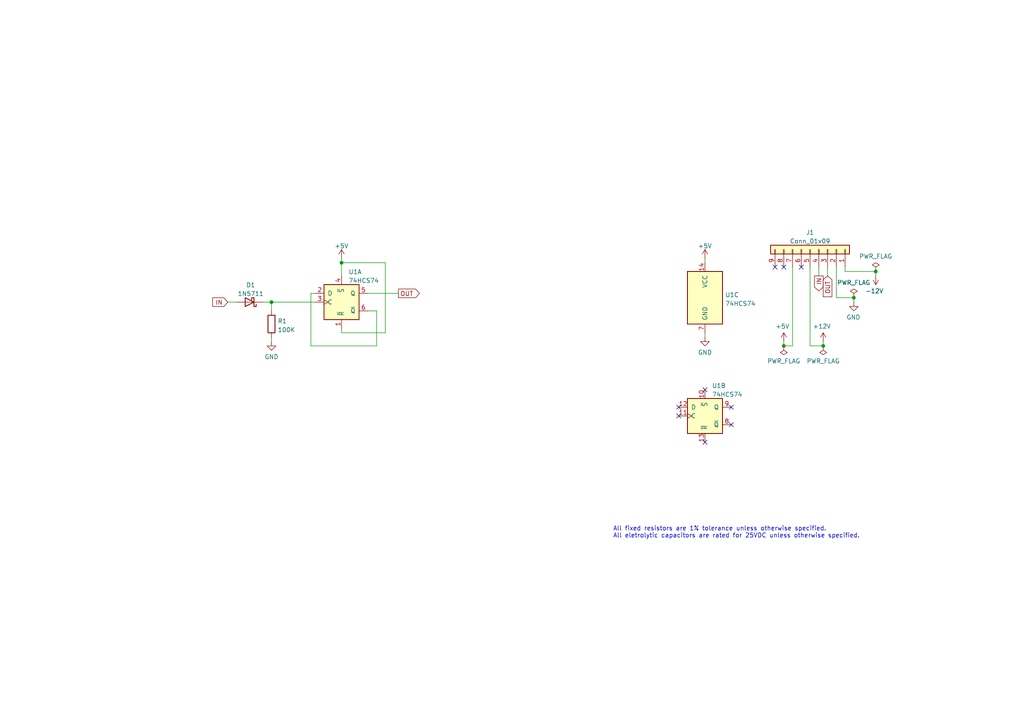
<source format=kicad_sch>
(kicad_sch (version 20211123) (generator eeschema)

  (uuid a1a9a0d8-c6de-418f-9a57-bf7f74b6d401)

  (paper "A4")

  (title_block
    (title "Eurorack ProtoModule")
    (date "2021-10-06")
    (rev "1.0")
    (company "Len Popp")
    (comment 1 "Copyright © 2022 Len Popp CC BY")
    (comment 2 "Circuit design for my custom Eurorack breadboard prototyping module")
  )

  (lib_symbols
    (symbol "-lmp-diode:1N5711" (pin_numbers hide) (pin_names (offset 1.016) hide) (in_bom yes) (on_board yes)
      (property "Reference" "D" (id 0) (at 0 2.54 0)
        (effects (font (size 1.27 1.27)))
      )
      (property "Value" "1N5711" (id 1) (at 0 -2.54 0)
        (effects (font (size 1.27 1.27)))
      )
      (property "Footprint" "Diode_THT:D_DO-35_SOD27_P7.62mm_Horizontal" (id 2) (at 0 0 0)
        (effects (font (size 1.27 1.27)) hide)
      )
      (property "Datasheet" "https://www.mouser.ca/datasheet/2/389/cd00000759-1795802.pdf" (id 3) (at 0 0 0)
        (effects (font (size 1.27 1.27)) hide)
      )
      (property "Manufacturer" "STMicroelectronics" (id 4) (at 0 0 0)
        (effects (font (size 1.27 1.27)) hide)
      )
      (property "ManufacturerPartNum" "1N5711" (id 5) (at 0 0 0)
        (effects (font (size 1.27 1.27)) hide)
      )
      (property "Distributor" "Mouser" (id 6) (at 0 0 0)
        (effects (font (size 1.27 1.27)) hide)
      )
      (property "DistributorPartNum" "511-1N5711" (id 7) (at 0 0 0)
        (effects (font (size 1.27 1.27)) hide)
      )
      (property "DistributorPartLink" "https://www.mouser.ca/ProductDetail/STMicroelectronics/1N5711?qs=FITO%2F%2FQgYDnH7pJ7rS2FRA%3D%3D" (id 8) (at 0 0 0)
        (effects (font (size 1.27 1.27)) hide)
      )
      (property "ki_keywords" "diode Schottky" (id 9) (at 0 0 0)
        (effects (font (size 1.27 1.27)) hide)
      )
      (property "ki_description" "Schottky signal diode" (id 10) (at 0 0 0)
        (effects (font (size 1.27 1.27)) hide)
      )
      (property "ki_fp_filters" "TO-???* *_Diode_* *SingleDiode* D_*" (id 11) (at 0 0 0)
        (effects (font (size 1.27 1.27)) hide)
      )
      (symbol "1N5711_0_1"
        (polyline
          (pts
            (xy 1.27 0)
            (xy -1.27 0)
          )
          (stroke (width 0) (type default) (color 0 0 0 0))
          (fill (type none))
        )
        (polyline
          (pts
            (xy 1.27 1.27)
            (xy 1.27 -1.27)
            (xy -1.27 0)
            (xy 1.27 1.27)
          )
          (stroke (width 0.254) (type default) (color 0 0 0 0))
          (fill (type none))
        )
        (polyline
          (pts
            (xy -1.905 0.635)
            (xy -1.905 1.27)
            (xy -1.27 1.27)
            (xy -1.27 -1.27)
            (xy -0.635 -1.27)
            (xy -0.635 -0.635)
          )
          (stroke (width 0.254) (type default) (color 0 0 0 0))
          (fill (type none))
        )
      )
      (symbol "1N5711_1_1"
        (pin passive line (at -3.81 0 0) (length 2.54)
          (name "K" (effects (font (size 1.27 1.27))))
          (number "1" (effects (font (size 1.27 1.27))))
        )
        (pin passive line (at 3.81 0 180) (length 2.54)
          (name "A" (effects (font (size 1.27 1.27))))
          (number "2" (effects (font (size 1.27 1.27))))
        )
      )
    )
    (symbol "-lmp-power:+12V" (power) (pin_names (offset 0)) (in_bom yes) (on_board yes)
      (property "Reference" "#PWR" (id 0) (at 0 -3.81 0)
        (effects (font (size 1.27 1.27)) hide)
      )
      (property "Value" "+12V" (id 1) (at 0 3.556 0)
        (effects (font (size 1.27 1.27)))
      )
      (property "Footprint" "" (id 2) (at 0 0 0)
        (effects (font (size 1.27 1.27)) hide)
      )
      (property "Datasheet" "" (id 3) (at 0 0 0)
        (effects (font (size 1.27 1.27)) hide)
      )
      (property "ki_keywords" "power-flag" (id 4) (at 0 0 0)
        (effects (font (size 1.27 1.27)) hide)
      )
      (property "ki_description" "Power symbol creates a global label with name \"+12V\"" (id 5) (at 0 0 0)
        (effects (font (size 1.27 1.27)) hide)
      )
      (symbol "+12V_0_1"
        (polyline
          (pts
            (xy -0.762 1.27)
            (xy 0 2.54)
          )
          (stroke (width 0) (type default) (color 0 0 0 0))
          (fill (type none))
        )
        (polyline
          (pts
            (xy 0 0)
            (xy 0 2.54)
          )
          (stroke (width 0) (type default) (color 0 0 0 0))
          (fill (type none))
        )
        (polyline
          (pts
            (xy 0 2.54)
            (xy 0.762 1.27)
          )
          (stroke (width 0) (type default) (color 0 0 0 0))
          (fill (type none))
        )
      )
      (symbol "+12V_1_1"
        (pin power_in line (at 0 0 90) (length 0) hide
          (name "+12V" (effects (font (size 1.27 1.27))))
          (number "1" (effects (font (size 1.27 1.27))))
        )
      )
    )
    (symbol "-lmp-power:+5V" (power) (pin_names (offset 0)) (in_bom yes) (on_board yes)
      (property "Reference" "#PWR" (id 0) (at 0 -3.81 0)
        (effects (font (size 1.27 1.27)) hide)
      )
      (property "Value" "+5V" (id 1) (at 0 3.556 0)
        (effects (font (size 1.27 1.27)))
      )
      (property "Footprint" "" (id 2) (at 0 0 0)
        (effects (font (size 1.27 1.27)) hide)
      )
      (property "Datasheet" "" (id 3) (at 0 0 0)
        (effects (font (size 1.27 1.27)) hide)
      )
      (property "ki_keywords" "power-flag" (id 4) (at 0 0 0)
        (effects (font (size 1.27 1.27)) hide)
      )
      (property "ki_description" "Power symbol creates a global label with name \"+5V\"" (id 5) (at 0 0 0)
        (effects (font (size 1.27 1.27)) hide)
      )
      (symbol "+5V_0_1"
        (polyline
          (pts
            (xy -0.762 1.27)
            (xy 0 2.54)
          )
          (stroke (width 0) (type default) (color 0 0 0 0))
          (fill (type none))
        )
        (polyline
          (pts
            (xy 0 0)
            (xy 0 2.54)
          )
          (stroke (width 0) (type default) (color 0 0 0 0))
          (fill (type none))
        )
        (polyline
          (pts
            (xy 0 2.54)
            (xy 0.762 1.27)
          )
          (stroke (width 0) (type default) (color 0 0 0 0))
          (fill (type none))
        )
      )
      (symbol "+5V_1_1"
        (pin power_in line (at 0 0 90) (length 0) hide
          (name "+5V" (effects (font (size 1.27 1.27))))
          (number "1" (effects (font (size 1.27 1.27))))
        )
      )
    )
    (symbol "-lmp-power:-12V" (power) (pin_names (offset 0)) (in_bom yes) (on_board yes)
      (property "Reference" "#PWR" (id 0) (at 0 3.81 0)
        (effects (font (size 1.27 1.27)) hide)
      )
      (property "Value" "-12V" (id 1) (at 0 -3.556 0)
        (effects (font (size 1.27 1.27)))
      )
      (property "Footprint" "" (id 2) (at 0 0 0)
        (effects (font (size 1.27 1.27)) hide)
      )
      (property "Datasheet" "" (id 3) (at 0 0 0)
        (effects (font (size 1.27 1.27)) hide)
      )
      (property "ki_keywords" "power-flag" (id 4) (at 0 0 0)
        (effects (font (size 1.27 1.27)) hide)
      )
      (property "ki_description" "Power symbol creates a global label with name \"-12V\"" (id 5) (at 0 0 0)
        (effects (font (size 1.27 1.27)) hide)
      )
      (symbol "-12V_0_1"
        (polyline
          (pts
            (xy -0.762 -1.27)
            (xy 0 -2.54)
          )
          (stroke (width 0) (type default) (color 0 0 0 0))
          (fill (type none))
        )
        (polyline
          (pts
            (xy 0 -2.54)
            (xy 0.762 -1.27)
          )
          (stroke (width 0) (type default) (color 0 0 0 0))
          (fill (type none))
        )
        (polyline
          (pts
            (xy 0 0)
            (xy 0 -2.54)
          )
          (stroke (width 0) (type default) (color 0 0 0 0))
          (fill (type none))
        )
      )
      (symbol "-12V_1_1"
        (pin power_in line (at 0 0 270) (length 0) hide
          (name "-12V" (effects (font (size 1.27 1.27))))
          (number "1" (effects (font (size 1.27 1.27))))
        )
      )
    )
    (symbol "-lmp-power:GND" (power) (pin_names (offset 0)) (in_bom yes) (on_board yes)
      (property "Reference" "#PWR" (id 0) (at 0 -6.35 0)
        (effects (font (size 1.27 1.27)) hide)
      )
      (property "Value" "GND" (id 1) (at 0 -3.81 0)
        (effects (font (size 1.27 1.27)))
      )
      (property "Footprint" "" (id 2) (at 0 0 0)
        (effects (font (size 1.27 1.27)) hide)
      )
      (property "Datasheet" "" (id 3) (at 0 0 0)
        (effects (font (size 1.27 1.27)) hide)
      )
      (property "ki_keywords" "power-flag" (id 4) (at 0 0 0)
        (effects (font (size 1.27 1.27)) hide)
      )
      (property "ki_description" "Power symbol creates a global label with name \"GND\" , ground" (id 5) (at 0 0 0)
        (effects (font (size 1.27 1.27)) hide)
      )
      (symbol "GND_0_1"
        (polyline
          (pts
            (xy 0 0)
            (xy 0 -1.27)
            (xy 1.27 -1.27)
            (xy 0 -2.54)
            (xy -1.27 -1.27)
            (xy 0 -1.27)
          )
          (stroke (width 0) (type default) (color 0 0 0 0))
          (fill (type none))
        )
      )
      (symbol "GND_1_1"
        (pin power_in line (at 0 0 270) (length 0) hide
          (name "GND" (effects (font (size 1.27 1.27))))
          (number "1" (effects (font (size 1.27 1.27))))
        )
      )
    )
    (symbol "-lmp-power:PWR_FLAG" (power) (pin_numbers hide) (pin_names (offset 0) hide) (in_bom yes) (on_board yes)
      (property "Reference" "#FLG" (id 0) (at 0 1.905 0)
        (effects (font (size 1.27 1.27)) hide)
      )
      (property "Value" "PWR_FLAG" (id 1) (at 0 3.81 0)
        (effects (font (size 1.27 1.27)))
      )
      (property "Footprint" "" (id 2) (at 0 0 0)
        (effects (font (size 1.27 1.27)) hide)
      )
      (property "Datasheet" "~" (id 3) (at 0 0 0)
        (effects (font (size 1.27 1.27)) hide)
      )
      (property "ki_keywords" "power-flag" (id 4) (at 0 0 0)
        (effects (font (size 1.27 1.27)) hide)
      )
      (property "ki_description" "Special symbol for telling ERC where power comes from" (id 5) (at 0 0 0)
        (effects (font (size 1.27 1.27)) hide)
      )
      (symbol "PWR_FLAG_0_0"
        (pin power_out line (at 0 0 90) (length 0)
          (name "pwr" (effects (font (size 1.27 1.27))))
          (number "1" (effects (font (size 1.27 1.27))))
        )
      )
      (symbol "PWR_FLAG_0_1"
        (polyline
          (pts
            (xy 0 0)
            (xy 0 1.27)
            (xy -1.016 1.905)
            (xy 0 2.54)
            (xy 1.016 1.905)
            (xy 0 1.27)
          )
          (stroke (width 0) (type default) (color 0 0 0 0))
          (fill (type none))
        )
      )
    )
    (symbol "-lmp:R" (pin_numbers hide) (pin_names (offset 0)) (in_bom yes) (on_board yes)
      (property "Reference" "R" (id 0) (at -2.286 0 90)
        (effects (font (size 1.27 1.27)))
      )
      (property "Value" "R" (id 1) (at 2.413 0 90)
        (effects (font (size 1.27 1.27)))
      )
      (property "Footprint" "-lmp-misc:R_Axial_DIN0207_L6.3mm_D2.5mm_P7.62mm_Horizontal" (id 2) (at -1.778 0 90)
        (effects (font (size 1.27 1.27)) hide)
      )
      (property "Datasheet" "https://www.mouser.ca/datasheet/2/447/Yageo_LR_MFR_1-1714151.pdf" (id 3) (at 0 0 0)
        (effects (font (size 1.27 1.27)) hide)
      )
      (property "Value2" "1%, 1/6 W" (id 4) (at 4.318 0 90)
        (effects (font (size 1.27 1.27)) hide)
      )
      (property "Manufacturer" "YAGEO" (id 5) (at 0 0 0)
        (effects (font (size 1.27 1.27)) hide)
      )
      (property "ManufacturerPartNum" "MFR-12*" (id 6) (at 0 0 0)
        (effects (font (size 1.27 1.27)) hide)
      )
      (property "Distributor" "Mouser" (id 7) (at 0 0 0)
        (effects (font (size 1.27 1.27)) hide)
      )
      (property "DistributorPartNum" "603-MFR-12*" (id 8) (at 0 0 0)
        (effects (font (size 1.27 1.27)) hide)
      )
      (property "DistributorPartLink" "https://www.mouser.ca/c/passive-components/resistors/film-resistors/metal-film-resistors-through-hole/?m=YAGEO&power%20rating=166%20mW%20%281%2F6%20W%29&tolerance=1%20%25&instock=y" (id 9) (at 0 0 0)
        (effects (font (size 1.27 1.27)) hide)
      )
      (property "ki_keywords" "R res resistor" (id 10) (at 0 0 0)
        (effects (font (size 1.27 1.27)) hide)
      )
      (property "ki_description" "Resistor" (id 11) (at 0 0 0)
        (effects (font (size 1.27 1.27)) hide)
      )
      (property "ki_fp_filters" "R_*" (id 12) (at 0 0 0)
        (effects (font (size 1.27 1.27)) hide)
      )
      (symbol "R_0_1"
        (rectangle (start -1.016 -2.54) (end 1.016 2.54)
          (stroke (width 0.254) (type default) (color 0 0 0 0))
          (fill (type none))
        )
      )
      (symbol "R_1_1"
        (pin passive line (at 0 3.81 270) (length 1.27)
          (name "~" (effects (font (size 1.27 1.27))))
          (number "1" (effects (font (size 1.27 1.27))))
        )
        (pin passive line (at 0 -3.81 90) (length 1.27)
          (name "~" (effects (font (size 1.27 1.27))))
          (number "2" (effects (font (size 1.27 1.27))))
        )
      )
    )
    (symbol "74xx:74HC74" (pin_names (offset 1.016)) (in_bom yes) (on_board yes)
      (property "Reference" "U" (id 0) (at -7.62 8.89 0)
        (effects (font (size 1.27 1.27)))
      )
      (property "Value" "74HC74" (id 1) (at -7.62 -8.89 0)
        (effects (font (size 1.27 1.27)))
      )
      (property "Footprint" "" (id 2) (at 0 0 0)
        (effects (font (size 1.27 1.27)) hide)
      )
      (property "Datasheet" "74xx/74hc_hct74.pdf" (id 3) (at 0 0 0)
        (effects (font (size 1.27 1.27)) hide)
      )
      (property "ki_locked" "" (id 4) (at 0 0 0)
        (effects (font (size 1.27 1.27)))
      )
      (property "ki_keywords" "TTL DFF" (id 5) (at 0 0 0)
        (effects (font (size 1.27 1.27)) hide)
      )
      (property "ki_description" "Dual D Flip-flop, Set & Reset" (id 6) (at 0 0 0)
        (effects (font (size 1.27 1.27)) hide)
      )
      (property "ki_fp_filters" "DIP*W7.62mm*" (id 7) (at 0 0 0)
        (effects (font (size 1.27 1.27)) hide)
      )
      (symbol "74HC74_1_0"
        (pin input line (at 0 -7.62 90) (length 2.54)
          (name "~{R}" (effects (font (size 1.27 1.27))))
          (number "1" (effects (font (size 1.27 1.27))))
        )
        (pin input line (at -7.62 2.54 0) (length 2.54)
          (name "D" (effects (font (size 1.27 1.27))))
          (number "2" (effects (font (size 1.27 1.27))))
        )
        (pin input clock (at -7.62 0 0) (length 2.54)
          (name "C" (effects (font (size 1.27 1.27))))
          (number "3" (effects (font (size 1.27 1.27))))
        )
        (pin input line (at 0 7.62 270) (length 2.54)
          (name "~{S}" (effects (font (size 1.27 1.27))))
          (number "4" (effects (font (size 1.27 1.27))))
        )
        (pin output line (at 7.62 2.54 180) (length 2.54)
          (name "Q" (effects (font (size 1.27 1.27))))
          (number "5" (effects (font (size 1.27 1.27))))
        )
        (pin output line (at 7.62 -2.54 180) (length 2.54)
          (name "~{Q}" (effects (font (size 1.27 1.27))))
          (number "6" (effects (font (size 1.27 1.27))))
        )
      )
      (symbol "74HC74_1_1"
        (rectangle (start -5.08 5.08) (end 5.08 -5.08)
          (stroke (width 0.254) (type default) (color 0 0 0 0))
          (fill (type background))
        )
      )
      (symbol "74HC74_2_0"
        (pin input line (at 0 7.62 270) (length 2.54)
          (name "~{S}" (effects (font (size 1.27 1.27))))
          (number "10" (effects (font (size 1.27 1.27))))
        )
        (pin input clock (at -7.62 0 0) (length 2.54)
          (name "C" (effects (font (size 1.27 1.27))))
          (number "11" (effects (font (size 1.27 1.27))))
        )
        (pin input line (at -7.62 2.54 0) (length 2.54)
          (name "D" (effects (font (size 1.27 1.27))))
          (number "12" (effects (font (size 1.27 1.27))))
        )
        (pin input line (at 0 -7.62 90) (length 2.54)
          (name "~{R}" (effects (font (size 1.27 1.27))))
          (number "13" (effects (font (size 1.27 1.27))))
        )
        (pin output line (at 7.62 -2.54 180) (length 2.54)
          (name "~{Q}" (effects (font (size 1.27 1.27))))
          (number "8" (effects (font (size 1.27 1.27))))
        )
        (pin output line (at 7.62 2.54 180) (length 2.54)
          (name "Q" (effects (font (size 1.27 1.27))))
          (number "9" (effects (font (size 1.27 1.27))))
        )
      )
      (symbol "74HC74_2_1"
        (rectangle (start -5.08 5.08) (end 5.08 -5.08)
          (stroke (width 0.254) (type default) (color 0 0 0 0))
          (fill (type background))
        )
      )
      (symbol "74HC74_3_0"
        (pin power_in line (at 0 10.16 270) (length 2.54)
          (name "VCC" (effects (font (size 1.27 1.27))))
          (number "14" (effects (font (size 1.27 1.27))))
        )
        (pin power_in line (at 0 -10.16 90) (length 2.54)
          (name "GND" (effects (font (size 1.27 1.27))))
          (number "7" (effects (font (size 1.27 1.27))))
        )
      )
      (symbol "74HC74_3_1"
        (rectangle (start -5.08 7.62) (end 5.08 -7.62)
          (stroke (width 0.254) (type default) (color 0 0 0 0))
          (fill (type background))
        )
      )
    )
    (symbol "Connector_Generic:Conn_01x09" (pin_names (offset 1.016) hide) (in_bom yes) (on_board yes)
      (property "Reference" "J" (id 0) (at 0 12.7 0)
        (effects (font (size 1.27 1.27)))
      )
      (property "Value" "Conn_01x09" (id 1) (at 0 -12.7 0)
        (effects (font (size 1.27 1.27)))
      )
      (property "Footprint" "" (id 2) (at 0 0 0)
        (effects (font (size 1.27 1.27)) hide)
      )
      (property "Datasheet" "~" (id 3) (at 0 0 0)
        (effects (font (size 1.27 1.27)) hide)
      )
      (property "ki_keywords" "connector" (id 4) (at 0 0 0)
        (effects (font (size 1.27 1.27)) hide)
      )
      (property "ki_description" "Generic connector, single row, 01x09, script generated (kicad-library-utils/schlib/autogen/connector/)" (id 5) (at 0 0 0)
        (effects (font (size 1.27 1.27)) hide)
      )
      (property "ki_fp_filters" "Connector*:*_1x??_*" (id 6) (at 0 0 0)
        (effects (font (size 1.27 1.27)) hide)
      )
      (symbol "Conn_01x09_1_1"
        (rectangle (start -1.27 -10.033) (end 0 -10.287)
          (stroke (width 0.1524) (type default) (color 0 0 0 0))
          (fill (type none))
        )
        (rectangle (start -1.27 -7.493) (end 0 -7.747)
          (stroke (width 0.1524) (type default) (color 0 0 0 0))
          (fill (type none))
        )
        (rectangle (start -1.27 -4.953) (end 0 -5.207)
          (stroke (width 0.1524) (type default) (color 0 0 0 0))
          (fill (type none))
        )
        (rectangle (start -1.27 -2.413) (end 0 -2.667)
          (stroke (width 0.1524) (type default) (color 0 0 0 0))
          (fill (type none))
        )
        (rectangle (start -1.27 0.127) (end 0 -0.127)
          (stroke (width 0.1524) (type default) (color 0 0 0 0))
          (fill (type none))
        )
        (rectangle (start -1.27 2.667) (end 0 2.413)
          (stroke (width 0.1524) (type default) (color 0 0 0 0))
          (fill (type none))
        )
        (rectangle (start -1.27 5.207) (end 0 4.953)
          (stroke (width 0.1524) (type default) (color 0 0 0 0))
          (fill (type none))
        )
        (rectangle (start -1.27 7.747) (end 0 7.493)
          (stroke (width 0.1524) (type default) (color 0 0 0 0))
          (fill (type none))
        )
        (rectangle (start -1.27 10.287) (end 0 10.033)
          (stroke (width 0.1524) (type default) (color 0 0 0 0))
          (fill (type none))
        )
        (rectangle (start -1.27 11.43) (end 1.27 -11.43)
          (stroke (width 0.254) (type default) (color 0 0 0 0))
          (fill (type background))
        )
        (pin passive line (at -5.08 10.16 0) (length 3.81)
          (name "Pin_1" (effects (font (size 1.27 1.27))))
          (number "1" (effects (font (size 1.27 1.27))))
        )
        (pin passive line (at -5.08 7.62 0) (length 3.81)
          (name "Pin_2" (effects (font (size 1.27 1.27))))
          (number "2" (effects (font (size 1.27 1.27))))
        )
        (pin passive line (at -5.08 5.08 0) (length 3.81)
          (name "Pin_3" (effects (font (size 1.27 1.27))))
          (number "3" (effects (font (size 1.27 1.27))))
        )
        (pin passive line (at -5.08 2.54 0) (length 3.81)
          (name "Pin_4" (effects (font (size 1.27 1.27))))
          (number "4" (effects (font (size 1.27 1.27))))
        )
        (pin passive line (at -5.08 0 0) (length 3.81)
          (name "Pin_5" (effects (font (size 1.27 1.27))))
          (number "5" (effects (font (size 1.27 1.27))))
        )
        (pin passive line (at -5.08 -2.54 0) (length 3.81)
          (name "Pin_6" (effects (font (size 1.27 1.27))))
          (number "6" (effects (font (size 1.27 1.27))))
        )
        (pin passive line (at -5.08 -5.08 0) (length 3.81)
          (name "Pin_7" (effects (font (size 1.27 1.27))))
          (number "7" (effects (font (size 1.27 1.27))))
        )
        (pin passive line (at -5.08 -7.62 0) (length 3.81)
          (name "Pin_8" (effects (font (size 1.27 1.27))))
          (number "8" (effects (font (size 1.27 1.27))))
        )
        (pin passive line (at -5.08 -10.16 0) (length 3.81)
          (name "Pin_9" (effects (font (size 1.27 1.27))))
          (number "9" (effects (font (size 1.27 1.27))))
        )
      )
    )
  )

  (junction (at 78.74 87.63) (diameter 0) (color 0 0 0 0)
    (uuid 5e0c40be-a69d-4a06-86f5-8f4de98e4cc7)
  )
  (junction (at 247.65 86.36) (diameter 0) (color 0 0 0 0)
    (uuid 7ea85228-de9d-46bb-aa3c-34dfb8e54239)
  )
  (junction (at 238.76 100.33) (diameter 0) (color 0 0 0 0)
    (uuid 83c70ce6-e441-4b07-80a6-2f5fb8a6492d)
  )
  (junction (at 254 78.74) (diameter 0) (color 0 0 0 0)
    (uuid d1038279-4eb4-4065-836c-dbd8cfc6d4a4)
  )
  (junction (at 227.33 100.33) (diameter 0) (color 0 0 0 0)
    (uuid e06225e3-eb34-4222-b283-4c5fa1a14550)
  )
  (junction (at 99.06 76.2) (diameter 0) (color 0 0 0 0)
    (uuid e7ad42f8-d6e7-4c1f-b8fe-ecba59adf264)
  )

  (no_connect (at 212.09 123.19) (uuid 5cf95235-94c6-4475-aba1-fa68a6869d86))
  (no_connect (at 204.47 128.27) (uuid 5cf95235-94c6-4475-aba1-fa68a6869d86))
  (no_connect (at 196.85 120.65) (uuid 5cf95235-94c6-4475-aba1-fa68a6869d86))
  (no_connect (at 196.85 118.11) (uuid 5cf95235-94c6-4475-aba1-fa68a6869d86))
  (no_connect (at 212.09 118.11) (uuid 5cf95235-94c6-4475-aba1-fa68a6869d86))
  (no_connect (at 232.41 77.47) (uuid 90a74f5e-7380-4ff0-bb5e-d9d5841f174b))
  (no_connect (at 204.47 113.03) (uuid d05fe51d-d0ea-4d5a-b4b5-256b73994dac))
  (no_connect (at 224.79 77.47) (uuid da72a6aa-2ef7-46df-ab9b-5115c53b837b))
  (no_connect (at 227.33 77.47) (uuid da72a6aa-2ef7-46df-ab9b-5115c53b837b))

  (wire (pts (xy 66.04 87.63) (xy 68.58 87.63))
    (stroke (width 0) (type default) (color 0 0 0 0))
    (uuid 049eb24a-31b1-4916-a248-6842cf8a776a)
  )
  (wire (pts (xy 90.17 85.09) (xy 90.17 100.33))
    (stroke (width 0) (type default) (color 0 0 0 0))
    (uuid 0aa08b38-cb46-440b-ad3a-93e7576596ae)
  )
  (wire (pts (xy 237.49 77.47) (xy 237.49 80.01))
    (stroke (width 0) (type default) (color 0 0 0 0))
    (uuid 15f06c58-f54a-4e99-8411-3b02ee2b6d87)
  )
  (wire (pts (xy 227.33 100.33) (xy 229.87 100.33))
    (stroke (width 0) (type default) (color 0 0 0 0))
    (uuid 16a7e0a2-3e0c-4e8d-a95d-0aa2745b5fd4)
  )
  (wire (pts (xy 245.11 78.74) (xy 254 78.74))
    (stroke (width 0) (type default) (color 0 0 0 0))
    (uuid 1b59498e-fed4-40a3-97df-2886f1711aad)
  )
  (wire (pts (xy 254 78.74) (xy 254 80.01))
    (stroke (width 0) (type default) (color 0 0 0 0))
    (uuid 205abb1a-e53d-43ca-8aa5-51b63e522399)
  )
  (wire (pts (xy 227.33 99.06) (xy 227.33 100.33))
    (stroke (width 0) (type default) (color 0 0 0 0))
    (uuid 429879b2-b02e-428e-aa75-e3e41021046f)
  )
  (wire (pts (xy 106.68 85.09) (xy 115.57 85.09))
    (stroke (width 0) (type default) (color 0 0 0 0))
    (uuid 429c1b7f-8d27-42cb-b64e-5456c07cc948)
  )
  (wire (pts (xy 229.87 100.33) (xy 229.87 77.47))
    (stroke (width 0) (type default) (color 0 0 0 0))
    (uuid 529203ba-fbff-4f97-b041-152e441619f5)
  )
  (wire (pts (xy 99.06 96.52) (xy 111.76 96.52))
    (stroke (width 0) (type default) (color 0 0 0 0))
    (uuid 5342fed6-c519-4698-9bbf-97ac18169aab)
  )
  (wire (pts (xy 234.95 100.33) (xy 238.76 100.33))
    (stroke (width 0) (type default) (color 0 0 0 0))
    (uuid 554b8be7-1943-45a4-a457-6b2d60ac1024)
  )
  (wire (pts (xy 240.03 80.01) (xy 240.03 77.47))
    (stroke (width 0) (type default) (color 0 0 0 0))
    (uuid 57d975d4-6607-4de8-909d-121b06b236cd)
  )
  (wire (pts (xy 245.11 78.74) (xy 245.11 77.47))
    (stroke (width 0) (type default) (color 0 0 0 0))
    (uuid 6c027193-51a5-47ee-909d-a5cb24c49931)
  )
  (wire (pts (xy 247.65 86.36) (xy 242.57 86.36))
    (stroke (width 0) (type default) (color 0 0 0 0))
    (uuid 78eaf86f-e933-4844-b00d-e0b3fe26d052)
  )
  (wire (pts (xy 78.74 87.63) (xy 91.44 87.63))
    (stroke (width 0) (type default) (color 0 0 0 0))
    (uuid 7abaac97-8743-4dcf-a67f-c9bc8d4ebaa6)
  )
  (wire (pts (xy 78.74 97.79) (xy 78.74 99.06))
    (stroke (width 0) (type default) (color 0 0 0 0))
    (uuid 7dc9a49c-18fc-438c-bfa4-9510081f4a97)
  )
  (wire (pts (xy 111.76 96.52) (xy 111.76 76.2))
    (stroke (width 0) (type default) (color 0 0 0 0))
    (uuid 8f3aa2d5-1f9a-4c14-a267-c09cbacf4b56)
  )
  (wire (pts (xy 111.76 76.2) (xy 99.06 76.2))
    (stroke (width 0) (type default) (color 0 0 0 0))
    (uuid 9e716241-0611-4fea-a3e3-6496b73f7ad2)
  )
  (wire (pts (xy 238.76 99.06) (xy 238.76 100.33))
    (stroke (width 0) (type default) (color 0 0 0 0))
    (uuid aa79643c-4152-4c50-aba6-7db5a76f9181)
  )
  (wire (pts (xy 99.06 95.25) (xy 99.06 96.52))
    (stroke (width 0) (type default) (color 0 0 0 0))
    (uuid c33eca61-f0d0-4f63-896b-6e64c16f59b4)
  )
  (wire (pts (xy 204.47 96.52) (xy 204.47 97.79))
    (stroke (width 0) (type default) (color 0 0 0 0))
    (uuid c9237977-2acc-4815-a51b-ea030549354c)
  )
  (wire (pts (xy 109.22 90.17) (xy 106.68 90.17))
    (stroke (width 0) (type default) (color 0 0 0 0))
    (uuid c96e0068-9f01-4c39-8a3c-c5aa6cfc492a)
  )
  (wire (pts (xy 76.2 87.63) (xy 78.74 87.63))
    (stroke (width 0) (type default) (color 0 0 0 0))
    (uuid d2cea49f-16b4-474e-b8fc-bf021d0da624)
  )
  (wire (pts (xy 99.06 76.2) (xy 99.06 80.01))
    (stroke (width 0) (type default) (color 0 0 0 0))
    (uuid dbc0680a-e663-49e4-abc8-d8e4f0c27458)
  )
  (wire (pts (xy 99.06 76.2) (xy 99.06 74.93))
    (stroke (width 0) (type default) (color 0 0 0 0))
    (uuid dc6e49fb-2677-4539-a286-3db718b68fc9)
  )
  (wire (pts (xy 247.65 87.63) (xy 247.65 86.36))
    (stroke (width 0) (type default) (color 0 0 0 0))
    (uuid e8706f54-c7a3-4555-82cd-9229fecbdb14)
  )
  (wire (pts (xy 90.17 100.33) (xy 109.22 100.33))
    (stroke (width 0) (type default) (color 0 0 0 0))
    (uuid e9733bef-aebd-4ed2-b68b-e6dfd166fc65)
  )
  (wire (pts (xy 91.44 85.09) (xy 90.17 85.09))
    (stroke (width 0) (type default) (color 0 0 0 0))
    (uuid ea9798a7-4922-44c7-85ba-e6e025a61cd5)
  )
  (wire (pts (xy 234.95 77.47) (xy 234.95 100.33))
    (stroke (width 0) (type default) (color 0 0 0 0))
    (uuid eaabaedd-2c12-4bc6-baad-1eeb19b7d0ae)
  )
  (wire (pts (xy 78.74 87.63) (xy 78.74 90.17))
    (stroke (width 0) (type default) (color 0 0 0 0))
    (uuid f6424bb4-0672-4571-8089-d5954db1999a)
  )
  (wire (pts (xy 109.22 100.33) (xy 109.22 90.17))
    (stroke (width 0) (type default) (color 0 0 0 0))
    (uuid f6be691b-2488-4f38-8bf7-dab3d011d4c6)
  )
  (wire (pts (xy 204.47 74.93) (xy 204.47 76.2))
    (stroke (width 0) (type default) (color 0 0 0 0))
    (uuid f9908cbe-29ca-41d6-8cb3-1a0b77e0c8d8)
  )
  (wire (pts (xy 242.57 77.47) (xy 242.57 86.36))
    (stroke (width 0) (type default) (color 0 0 0 0))
    (uuid faeb5b72-ca69-4936-8963-e27b1abea091)
  )

  (text "All fixed resistors are 1% tolerance unless otherwise specified.\nAll eletrolytic capacitors are rated for 25VDC unless otherwise specified."
    (at 177.8 156.21 0)
    (effects (font (size 1.27 1.27)) (justify left bottom))
    (uuid 97954bdd-6f0e-481b-b33b-a2801266daa9)
  )

  (global_label "IN" (shape input) (at 66.04 87.63 180) (fields_autoplaced)
    (effects (font (size 1.27 1.27)) (justify right))
    (uuid 988a2764-d9fb-49a0-b5f1-8eb617107a33)
    (property "Intersheet References" "${INTERSHEET_REFS}" (id 0) (at 61.7806 87.5506 0)
      (effects (font (size 1.27 1.27)) (justify right) hide)
    )
  )
  (global_label "IN" (shape output) (at 237.49 80.01 270) (fields_autoplaced)
    (effects (font (size 1.27 1.27)) (justify right))
    (uuid bd8354e6-6367-4dcd-aa20-50a90c915d71)
    (property "Intersheet References" "${INTERSHEET_REFS}" (id 0) (at 237.4106 84.2694 90)
      (effects (font (size 1.27 1.27)) (justify right) hide)
    )
  )
  (global_label "OUT" (shape output) (at 115.57 85.09 0) (fields_autoplaced)
    (effects (font (size 1.27 1.27)) (justify left))
    (uuid c859c110-6ae0-4521-b36f-208b55af18c2)
    (property "Intersheet References" "${INTERSHEET_REFS}" (id 0) (at 121.5228 85.0106 0)
      (effects (font (size 1.27 1.27)) (justify left) hide)
    )
  )
  (global_label "OUT" (shape input) (at 240.03 80.01 270) (fields_autoplaced)
    (effects (font (size 1.27 1.27)) (justify right))
    (uuid ef9ab9de-65de-453b-92d1-8911d65e0733)
    (property "Intersheet References" "${INTERSHEET_REFS}" (id 0) (at 239.9506 85.9628 90)
      (effects (font (size 1.27 1.27)) (justify right) hide)
    )
  )

  (symbol (lib_id "-lmp-power:GND") (at 247.65 87.63 0) (mirror y) (unit 1)
    (in_bom yes) (on_board yes)
    (uuid 00000000-0000-0000-0000-000060c80bf1)
    (property "Reference" "#PWR07" (id 0) (at 247.65 93.98 0)
      (effects (font (size 1.27 1.27)) hide)
    )
    (property "Value" "GND" (id 1) (at 247.523 92.0242 0))
    (property "Footprint" "" (id 2) (at 247.65 87.63 0)
      (effects (font (size 1.27 1.27)) hide)
    )
    (property "Datasheet" "" (id 3) (at 247.65 87.63 0)
      (effects (font (size 1.27 1.27)) hide)
    )
    (pin "1" (uuid e2ec5c16-1e72-4a79-81b2-711742440b39))
  )

  (symbol (lib_id "-lmp-power:+12V") (at 238.76 99.06 0) (mirror y) (unit 1)
    (in_bom yes) (on_board yes)
    (uuid 00000000-0000-0000-0000-000060c86281)
    (property "Reference" "#PWR06" (id 0) (at 238.76 102.87 0)
      (effects (font (size 1.27 1.27)) hide)
    )
    (property "Value" "+12V" (id 1) (at 238.379 94.6658 0))
    (property "Footprint" "" (id 2) (at 238.76 99.06 0)
      (effects (font (size 1.27 1.27)) hide)
    )
    (property "Datasheet" "" (id 3) (at 238.76 99.06 0)
      (effects (font (size 1.27 1.27)) hide)
    )
    (pin "1" (uuid cb9b7848-9d34-4033-abc0-fb3ddbc2d6ee))
  )

  (symbol (lib_id "-lmp-power:-12V") (at 254 80.01 0) (mirror y) (unit 1)
    (in_bom yes) (on_board yes)
    (uuid 00000000-0000-0000-0000-000060c864e4)
    (property "Reference" "#PWR08" (id 0) (at 254 76.2 0)
      (effects (font (size 1.27 1.27)) hide)
    )
    (property "Value" "-12V" (id 1) (at 253.619 84.4042 0))
    (property "Footprint" "" (id 2) (at 254 80.01 0)
      (effects (font (size 1.27 1.27)) hide)
    )
    (property "Datasheet" "" (id 3) (at 254 80.01 0)
      (effects (font (size 1.27 1.27)) hide)
    )
    (pin "1" (uuid 295c6d13-2059-4604-98a9-b81bcd528128))
  )

  (symbol (lib_id "-lmp-power:PWR_FLAG") (at 254 78.74 0) (mirror y) (unit 1)
    (in_bom yes) (on_board yes)
    (uuid 00000000-0000-0000-0000-000060c8985d)
    (property "Reference" "#FLG04" (id 0) (at 254 76.835 0)
      (effects (font (size 1.27 1.27)) hide)
    )
    (property "Value" "PWR_FLAG" (id 1) (at 254 74.3458 0))
    (property "Footprint" "" (id 2) (at 254 78.74 0)
      (effects (font (size 1.27 1.27)) hide)
    )
    (property "Datasheet" "~" (id 3) (at 254 78.74 0)
      (effects (font (size 1.27 1.27)) hide)
    )
    (pin "1" (uuid 4e8fbe1c-0efa-4d82-afdb-411f88ec8eac))
  )

  (symbol (lib_id "-lmp-power:PWR_FLAG") (at 238.76 100.33 0) (mirror x) (unit 1)
    (in_bom yes) (on_board yes)
    (uuid 00000000-0000-0000-0000-000060c89f71)
    (property "Reference" "#FLG02" (id 0) (at 238.76 102.235 0)
      (effects (font (size 1.27 1.27)) hide)
    )
    (property "Value" "PWR_FLAG" (id 1) (at 238.76 104.7242 0))
    (property "Footprint" "" (id 2) (at 238.76 100.33 0)
      (effects (font (size 1.27 1.27)) hide)
    )
    (property "Datasheet" "~" (id 3) (at 238.76 100.33 0)
      (effects (font (size 1.27 1.27)) hide)
    )
    (pin "1" (uuid e925a42c-cf60-4902-940a-ecd6ab9743a2))
  )

  (symbol (lib_id "Connector_Generic:Conn_01x09") (at 234.95 72.39 270) (mirror x) (unit 1)
    (in_bom yes) (on_board yes) (fields_autoplaced)
    (uuid 00000000-0000-0000-0000-0000615e2370)
    (property "Reference" "J1" (id 0) (at 234.95 67.4202 90))
    (property "Value" "Conn_01x09" (id 1) (at 234.95 69.9571 90))
    (property "Footprint" "Connector_PinHeader_2.54mm:PinHeader_1x09_P2.54mm_Vertical" (id 2) (at 234.95 72.39 0)
      (effects (font (size 1.27 1.27)) hide)
    )
    (property "Datasheet" "~" (id 3) (at 234.95 72.39 0)
      (effects (font (size 1.27 1.27)) hide)
    )
    (pin "1" (uuid 327164a7-bde3-40aa-adf2-70ca6e963d5f))
    (pin "2" (uuid 8d9943a0-30e0-4fcc-926f-acf21b5b98b5))
    (pin "3" (uuid 6de6b1a8-62b8-402a-ac1c-48bdfb0163aa))
    (pin "4" (uuid 0a32f905-3f97-4852-af67-7addb4d70265))
    (pin "5" (uuid 130b9329-4a4c-4794-ac2d-017f1c00c883))
    (pin "6" (uuid 9e3c6631-71f8-40d5-98da-0f0ad50bfdee))
    (pin "7" (uuid 4f3e0480-a16b-40f1-8aa8-17abdd49f8de))
    (pin "8" (uuid a3eb5fff-8b61-445b-97e2-373c87a23cb5))
    (pin "9" (uuid 0bb80455-a1ea-4287-a5e3-1366c4bf5abb))
  )

  (symbol (lib_id "-lmp-power:+5V") (at 227.33 99.06 0) (mirror y) (unit 1)
    (in_bom yes) (on_board yes)
    (uuid 00000000-0000-0000-0000-0000615e4967)
    (property "Reference" "#PWR05" (id 0) (at 227.33 102.87 0)
      (effects (font (size 1.27 1.27)) hide)
    )
    (property "Value" "+5V" (id 1) (at 226.949 94.6658 0))
    (property "Footprint" "" (id 2) (at 227.33 99.06 0)
      (effects (font (size 1.27 1.27)) hide)
    )
    (property "Datasheet" "" (id 3) (at 227.33 99.06 0)
      (effects (font (size 1.27 1.27)) hide)
    )
    (pin "1" (uuid 508ac672-4f4a-4781-9c53-b80271b3c07a))
  )

  (symbol (lib_id "-lmp-power:PWR_FLAG") (at 227.33 100.33 0) (mirror x) (unit 1)
    (in_bom yes) (on_board yes)
    (uuid 00000000-0000-0000-0000-0000615e715d)
    (property "Reference" "#FLG01" (id 0) (at 227.33 102.235 0)
      (effects (font (size 1.27 1.27)) hide)
    )
    (property "Value" "PWR_FLAG" (id 1) (at 227.33 104.7242 0))
    (property "Footprint" "" (id 2) (at 227.33 100.33 0)
      (effects (font (size 1.27 1.27)) hide)
    )
    (property "Datasheet" "~" (id 3) (at 227.33 100.33 0)
      (effects (font (size 1.27 1.27)) hide)
    )
    (pin "1" (uuid 7bca4f9e-b0b4-4c1d-9e2f-67e281cb4cce))
  )

  (symbol (lib_id "-lmp-power:PWR_FLAG") (at 247.65 86.36 0) (mirror y) (unit 1)
    (in_bom yes) (on_board yes)
    (uuid 00000000-0000-0000-0000-0000615e8b96)
    (property "Reference" "#FLG03" (id 0) (at 247.65 84.455 0)
      (effects (font (size 1.27 1.27)) hide)
    )
    (property "Value" "PWR_FLAG" (id 1) (at 247.65 81.9658 0))
    (property "Footprint" "" (id 2) (at 247.65 86.36 0)
      (effects (font (size 1.27 1.27)) hide)
    )
    (property "Datasheet" "~" (id 3) (at 247.65 86.36 0)
      (effects (font (size 1.27 1.27)) hide)
    )
    (pin "1" (uuid b77e1d5f-840e-4bdf-b3d8-15e289b4eb95))
  )

  (symbol (lib_id "74xx:74HC74") (at 204.47 120.65 0) (unit 2)
    (in_bom yes) (on_board yes) (fields_autoplaced)
    (uuid 0fb8f557-8f01-458c-baf3-d2ca1d43850c)
    (property "Reference" "U1" (id 0) (at 206.4894 111.8702 0)
      (effects (font (size 1.27 1.27)) (justify left))
    )
    (property "Value" "74HCS74" (id 1) (at 206.4894 114.4071 0)
      (effects (font (size 1.27 1.27)) (justify left))
    )
    (property "Footprint" "-lmp-breakout:Breakout_DIP-14_W15.24mm" (id 2) (at 204.47 120.65 0)
      (effects (font (size 1.27 1.27)) hide)
    )
    (property "Datasheet" "74xx/74hc_hct74.pdf" (id 3) (at 204.47 120.65 0)
      (effects (font (size 1.27 1.27)) hide)
    )
    (pin "1" (uuid 9eb14813-7a8e-45d9-aefb-ad5dcc8d6a03))
    (pin "2" (uuid 57e7ab5b-aedd-44b4-b411-9293bce9d8fa))
    (pin "3" (uuid 99e923f6-0b03-465e-abe6-a55a14691508))
    (pin "4" (uuid edbf5ea2-ac76-452d-837f-c7ce5ae478ba))
    (pin "5" (uuid 37a9d605-f244-4ad3-ac5f-d8048695ea9c))
    (pin "6" (uuid 7b7566bf-347a-41e9-9425-d4bf5a7058f5))
    (pin "10" (uuid 82f296ee-9039-4f17-b290-1ec667f55e5e))
    (pin "11" (uuid 4ce67640-f6c7-437f-9cfa-d4b07cc827ad))
    (pin "12" (uuid e1ff0371-a132-4cd5-9c73-27a9621d8c26))
    (pin "13" (uuid b865c402-bf3c-45cc-b91b-dc7d4f3a13b9))
    (pin "8" (uuid 9153dd02-e9d1-4a03-a792-9c8ebc003c39))
    (pin "9" (uuid 2efb4d4c-c769-4adb-ac6d-ef3139f55781))
    (pin "14" (uuid a0e99a1c-a0ec-45d9-93c1-b4d6db393bb7))
    (pin "7" (uuid 65c6c684-697e-427f-b09d-1f6ab7deca59))
  )

  (symbol (lib_id "-lmp-power:+5V") (at 99.06 74.93 0) (unit 1)
    (in_bom yes) (on_board yes) (fields_autoplaced)
    (uuid 6bb3bcf0-5a26-4a16-93d2-d6cae2b5ffdf)
    (property "Reference" "#PWR02" (id 0) (at 99.06 78.74 0)
      (effects (font (size 1.27 1.27)) hide)
    )
    (property "Value" "+5V" (id 1) (at 99.06 71.3542 0))
    (property "Footprint" "" (id 2) (at 99.06 74.93 0)
      (effects (font (size 1.27 1.27)) hide)
    )
    (property "Datasheet" "" (id 3) (at 99.06 74.93 0)
      (effects (font (size 1.27 1.27)) hide)
    )
    (pin "1" (uuid 551dad0a-2a68-4900-bb73-26f10469920f))
  )

  (symbol (lib_id "-lmp:R") (at 78.74 93.98 0) (unit 1)
    (in_bom yes) (on_board yes) (fields_autoplaced)
    (uuid 767d3ca8-f3db-49dd-9156-d4265f171dfa)
    (property "Reference" "R1" (id 0) (at 80.518 93.1453 0)
      (effects (font (size 1.27 1.27)) (justify left))
    )
    (property "Value" "100K" (id 1) (at 80.518 95.6822 0)
      (effects (font (size 1.27 1.27)) (justify left))
    )
    (property "Footprint" "-lmp-misc:R_Axial_DIN0207_L6.3mm_D2.5mm_P7.62mm_Horizontal" (id 2) (at 76.962 93.98 90)
      (effects (font (size 1.27 1.27)) hide)
    )
    (property "Datasheet" "https://www.mouser.ca/datasheet/2/447/Yageo_LR_MFR_1-1714151.pdf" (id 3) (at 78.74 93.98 0)
      (effects (font (size 1.27 1.27)) hide)
    )
    (property "Value2" "1%, 1/6 W" (id 4) (at 83.058 93.98 90)
      (effects (font (size 1.27 1.27)) hide)
    )
    (property "Manufacturer" "YAGEO" (id 5) (at 78.74 93.98 0)
      (effects (font (size 1.27 1.27)) hide)
    )
    (property "ManufacturerPartNum" "MFR-12*" (id 6) (at 78.74 93.98 0)
      (effects (font (size 1.27 1.27)) hide)
    )
    (property "Distributor" "Mouser" (id 7) (at 78.74 93.98 0)
      (effects (font (size 1.27 1.27)) hide)
    )
    (property "DistributorPartNum" "603-MFR-12*" (id 8) (at 78.74 93.98 0)
      (effects (font (size 1.27 1.27)) hide)
    )
    (property "DistributorPartLink" "https://www.mouser.ca/c/passive-components/resistors/film-resistors/metal-film-resistors-through-hole/?m=YAGEO&power%20rating=166%20mW%20%281%2F6%20W%29&tolerance=1%20%25&instock=y" (id 9) (at 78.74 93.98 0)
      (effects (font (size 1.27 1.27)) hide)
    )
    (pin "1" (uuid c71ae026-055c-4286-96d1-85875d7e4f69))
    (pin "2" (uuid 69f0db54-f4fb-4cdb-b6b4-243a8852b6a8))
  )

  (symbol (lib_id "-lmp-power:GND") (at 78.74 99.06 0) (unit 1)
    (in_bom yes) (on_board yes) (fields_autoplaced)
    (uuid 79458120-e381-43c5-a1a0-df3191f1cc6c)
    (property "Reference" "#PWR01" (id 0) (at 78.74 105.41 0)
      (effects (font (size 1.27 1.27)) hide)
    )
    (property "Value" "GND" (id 1) (at 78.74 103.5034 0))
    (property "Footprint" "" (id 2) (at 78.74 99.06 0)
      (effects (font (size 1.27 1.27)) hide)
    )
    (property "Datasheet" "" (id 3) (at 78.74 99.06 0)
      (effects (font (size 1.27 1.27)) hide)
    )
    (pin "1" (uuid 2f7f1de0-6bbd-403b-83de-001018ffbeb0))
  )

  (symbol (lib_id "74xx:74HC74") (at 204.47 86.36 0) (unit 3)
    (in_bom yes) (on_board yes) (fields_autoplaced)
    (uuid 8c374a24-3c2d-4439-a87c-ca505e7b37d7)
    (property "Reference" "U1" (id 0) (at 210.312 85.5253 0)
      (effects (font (size 1.27 1.27)) (justify left))
    )
    (property "Value" "74HCS74" (id 1) (at 210.312 88.0622 0)
      (effects (font (size 1.27 1.27)) (justify left))
    )
    (property "Footprint" "-lmp-breakout:Breakout_DIP-14_W15.24mm" (id 2) (at 204.47 86.36 0)
      (effects (font (size 1.27 1.27)) hide)
    )
    (property "Datasheet" "74xx/74hc_hct74.pdf" (id 3) (at 204.47 86.36 0)
      (effects (font (size 1.27 1.27)) hide)
    )
    (pin "1" (uuid 789983dd-2fe1-48bc-9074-0aa29af72b24))
    (pin "2" (uuid fb77d324-5abf-4276-af11-b67e613567c5))
    (pin "3" (uuid 14678a18-c24a-4031-9dca-c0a1d1a9afe2))
    (pin "4" (uuid e189363f-906c-4d41-b348-578ecab312f6))
    (pin "5" (uuid a014f336-eeab-4115-a46c-a86284d0a09d))
    (pin "6" (uuid b4a2329d-b498-4557-a415-8feccc4ee1c5))
    (pin "10" (uuid 3735a4c7-9b9b-40c6-bf27-9e7a31cfd032))
    (pin "11" (uuid 330af17c-49bd-4b87-b8fb-ac816a4906cd))
    (pin "12" (uuid 4d3ad184-51b3-479b-af4f-89aa1a632a4e))
    (pin "13" (uuid 7ff60d4c-3aca-4479-80c6-82e26f6f8e3c))
    (pin "8" (uuid 9cdb6ba3-4842-4cf6-ba4b-1576863a1253))
    (pin "9" (uuid 47a41c77-e341-4a27-8030-8b66d4179516))
    (pin "14" (uuid 9553f09e-b65c-4c8e-8ecd-31a740754a57))
    (pin "7" (uuid 64b594fb-7648-461f-932f-bbebc4d28039))
  )

  (symbol (lib_id "-lmp-power:+5V") (at 204.47 74.93 0) (unit 1)
    (in_bom yes) (on_board yes) (fields_autoplaced)
    (uuid 8ddd3245-f01a-429d-9e6d-1c3a268049cc)
    (property "Reference" "#PWR03" (id 0) (at 204.47 78.74 0)
      (effects (font (size 1.27 1.27)) hide)
    )
    (property "Value" "+5V" (id 1) (at 204.47 71.3542 0))
    (property "Footprint" "" (id 2) (at 204.47 74.93 0)
      (effects (font (size 1.27 1.27)) hide)
    )
    (property "Datasheet" "" (id 3) (at 204.47 74.93 0)
      (effects (font (size 1.27 1.27)) hide)
    )
    (pin "1" (uuid 490914f4-07f9-40f3-8e42-38c3a9dc3700))
  )

  (symbol (lib_id "-lmp-power:GND") (at 204.47 97.79 0) (unit 1)
    (in_bom yes) (on_board yes) (fields_autoplaced)
    (uuid b3f4fae2-897a-4dab-98fb-8ac5f73a5ec7)
    (property "Reference" "#PWR04" (id 0) (at 204.47 104.14 0)
      (effects (font (size 1.27 1.27)) hide)
    )
    (property "Value" "GND" (id 1) (at 204.47 102.2334 0))
    (property "Footprint" "" (id 2) (at 204.47 97.79 0)
      (effects (font (size 1.27 1.27)) hide)
    )
    (property "Datasheet" "" (id 3) (at 204.47 97.79 0)
      (effects (font (size 1.27 1.27)) hide)
    )
    (pin "1" (uuid 98d13700-9638-4efb-83a3-a893d3b95404))
  )

  (symbol (lib_id "74xx:74HC74") (at 99.06 87.63 0) (unit 1)
    (in_bom yes) (on_board yes) (fields_autoplaced)
    (uuid bcf025c4-ce10-4978-ad1d-7a8ceeb50389)
    (property "Reference" "U1" (id 0) (at 101.0794 78.8502 0)
      (effects (font (size 1.27 1.27)) (justify left))
    )
    (property "Value" "74HCS74" (id 1) (at 101.0794 81.3871 0)
      (effects (font (size 1.27 1.27)) (justify left))
    )
    (property "Footprint" "-lmp-breakout:Breakout_DIP-14_W15.24mm" (id 2) (at 99.06 87.63 0)
      (effects (font (size 1.27 1.27)) hide)
    )
    (property "Datasheet" "74xx/74hc_hct74.pdf" (id 3) (at 99.06 87.63 0)
      (effects (font (size 1.27 1.27)) hide)
    )
    (pin "1" (uuid 633ce128-77f6-4df6-80da-bdf10e28153c))
    (pin "2" (uuid 0b02d05b-2018-47a5-be52-64969a431ae8))
    (pin "3" (uuid c5c41b04-9e36-4e19-8614-e9c26d82fc52))
    (pin "4" (uuid 0f17822e-03ea-4f55-9894-ce74f3ac927a))
    (pin "5" (uuid fadf841d-c1af-4882-9490-1e0c8b297372))
    (pin "6" (uuid 1384d257-9629-42f2-a92e-df3d34b4fabd))
    (pin "10" (uuid 276fcdc3-6968-42bc-b979-19097fdc1cee))
    (pin "11" (uuid 7f597ad6-bc36-4e8a-977d-072cf95c5750))
    (pin "12" (uuid 324d5c0c-325d-4f20-b0bf-45a6e3d3b333))
    (pin "13" (uuid 3b6474aa-71ab-4a62-9570-5ad62bf9cf10))
    (pin "8" (uuid a2962a06-ad07-432e-9e57-e70128977c6b))
    (pin "9" (uuid fa037500-e92b-4714-9f43-595ae201ee13))
    (pin "14" (uuid 0c775d31-cb00-405f-8de8-926dd4b82b6a))
    (pin "7" (uuid fa1b743a-c158-4a84-8099-877cdb2f3652))
  )

  (symbol (lib_id "-lmp-diode:1N5711") (at 72.39 87.63 180) (unit 1)
    (in_bom yes) (on_board yes) (fields_autoplaced)
    (uuid e14293fa-70c1-4ed6-90c7-4b2202c47ac8)
    (property "Reference" "D1" (id 0) (at 72.7075 82.6602 0))
    (property "Value" "1N5711" (id 1) (at 72.7075 85.1971 0))
    (property "Footprint" "Diode_THT:D_DO-35_SOD27_P7.62mm_Horizontal" (id 2) (at 72.39 87.63 0)
      (effects (font (size 1.27 1.27)) hide)
    )
    (property "Datasheet" "https://www.mouser.ca/datasheet/2/389/cd00000759-1795802.pdf" (id 3) (at 72.39 87.63 0)
      (effects (font (size 1.27 1.27)) hide)
    )
    (property "Manufacturer" "STMicroelectronics" (id 4) (at 72.39 87.63 0)
      (effects (font (size 1.27 1.27)) hide)
    )
    (property "ManufacturerPartNum" "1N5711" (id 5) (at 72.39 87.63 0)
      (effects (font (size 1.27 1.27)) hide)
    )
    (property "Distributor" "Mouser" (id 6) (at 72.39 87.63 0)
      (effects (font (size 1.27 1.27)) hide)
    )
    (property "DistributorPartNum" "511-1N5711" (id 7) (at 72.39 87.63 0)
      (effects (font (size 1.27 1.27)) hide)
    )
    (property "DistributorPartLink" "https://www.mouser.ca/ProductDetail/STMicroelectronics/1N5711?qs=FITO%2F%2FQgYDnH7pJ7rS2FRA%3D%3D" (id 8) (at 72.39 87.63 0)
      (effects (font (size 1.27 1.27)) hide)
    )
    (pin "1" (uuid d568a451-b39f-4ddb-bd73-f1deb8985624))
    (pin "2" (uuid 05a031b1-9f10-4eac-ba62-fe2b00ae6773))
  )

  (sheet_instances
    (path "/" (page "1"))
  )

  (symbol_instances
    (path "/00000000-0000-0000-0000-0000615e715d"
      (reference "#FLG01") (unit 1) (value "PWR_FLAG") (footprint "")
    )
    (path "/00000000-0000-0000-0000-000060c89f71"
      (reference "#FLG02") (unit 1) (value "PWR_FLAG") (footprint "")
    )
    (path "/00000000-0000-0000-0000-0000615e8b96"
      (reference "#FLG03") (unit 1) (value "PWR_FLAG") (footprint "")
    )
    (path "/00000000-0000-0000-0000-000060c8985d"
      (reference "#FLG04") (unit 1) (value "PWR_FLAG") (footprint "")
    )
    (path "/79458120-e381-43c5-a1a0-df3191f1cc6c"
      (reference "#PWR01") (unit 1) (value "GND") (footprint "")
    )
    (path "/6bb3bcf0-5a26-4a16-93d2-d6cae2b5ffdf"
      (reference "#PWR02") (unit 1) (value "+5V") (footprint "")
    )
    (path "/8ddd3245-f01a-429d-9e6d-1c3a268049cc"
      (reference "#PWR03") (unit 1) (value "+5V") (footprint "")
    )
    (path "/b3f4fae2-897a-4dab-98fb-8ac5f73a5ec7"
      (reference "#PWR04") (unit 1) (value "GND") (footprint "")
    )
    (path "/00000000-0000-0000-0000-0000615e4967"
      (reference "#PWR05") (unit 1) (value "+5V") (footprint "")
    )
    (path "/00000000-0000-0000-0000-000060c86281"
      (reference "#PWR06") (unit 1) (value "+12V") (footprint "")
    )
    (path "/00000000-0000-0000-0000-000060c80bf1"
      (reference "#PWR07") (unit 1) (value "GND") (footprint "")
    )
    (path "/00000000-0000-0000-0000-000060c864e4"
      (reference "#PWR08") (unit 1) (value "-12V") (footprint "")
    )
    (path "/e14293fa-70c1-4ed6-90c7-4b2202c47ac8"
      (reference "D1") (unit 1) (value "1N5711") (footprint "Diode_THT:D_DO-35_SOD27_P7.62mm_Horizontal")
    )
    (path "/00000000-0000-0000-0000-0000615e2370"
      (reference "J1") (unit 1) (value "Conn_01x09") (footprint "Connector_PinHeader_2.54mm:PinHeader_1x09_P2.54mm_Vertical")
    )
    (path "/767d3ca8-f3db-49dd-9156-d4265f171dfa"
      (reference "R1") (unit 1) (value "100K") (footprint "-lmp-misc:R_Axial_DIN0207_L6.3mm_D2.5mm_P7.62mm_Horizontal")
    )
    (path "/bcf025c4-ce10-4978-ad1d-7a8ceeb50389"
      (reference "U1") (unit 1) (value "74HCS74") (footprint "-lmp-breakout:Breakout_DIP-14_W15.24mm")
    )
    (path "/0fb8f557-8f01-458c-baf3-d2ca1d43850c"
      (reference "U1") (unit 2) (value "74HCS74") (footprint "-lmp-breakout:Breakout_DIP-14_W15.24mm")
    )
    (path "/8c374a24-3c2d-4439-a87c-ca505e7b37d7"
      (reference "U1") (unit 3) (value "74HCS74") (footprint "-lmp-breakout:Breakout_DIP-14_W15.24mm")
    )
  )
)

</source>
